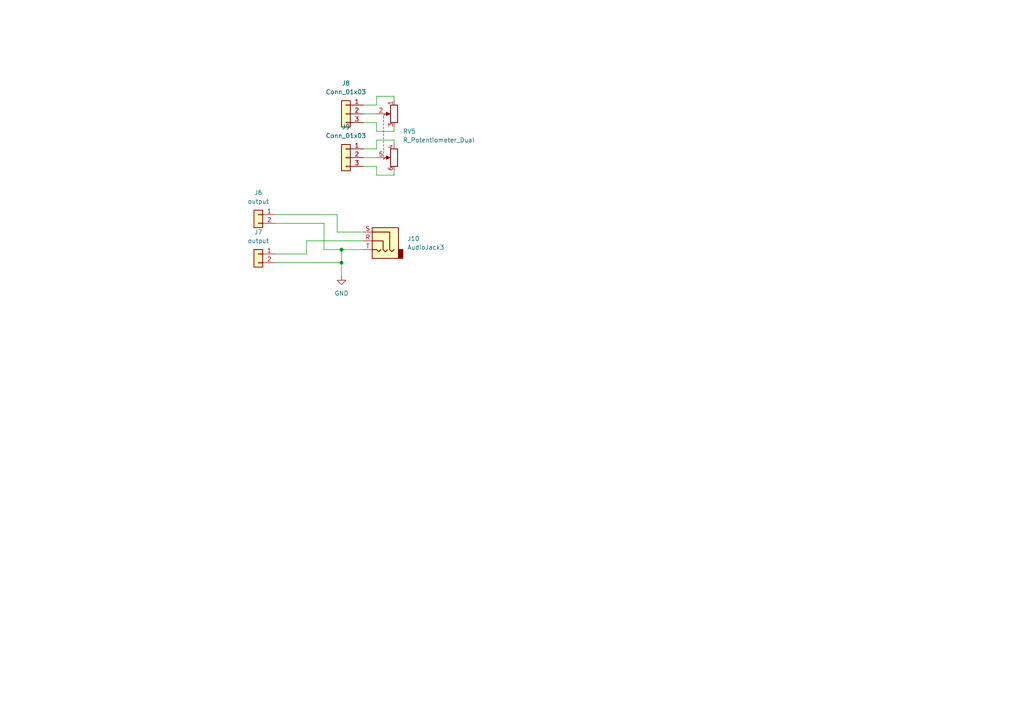
<source format=kicad_sch>
(kicad_sch (version 20211123) (generator eeschema)
  (paper "A4")
  (lib_symbols
    (symbol "Connector:AudioJack3"
      (property "Reference" "J" (at 0 8.89 0))
      (property "Value" "AudioJack3" (at 0 6.35 0))
      (symbol "AudioJack3_0_1"
        (rectangle (start -5.08 -5.08) (end -6.35 -2.54) (stroke (width 0.254)) (fill (type outline)))
        (polyline (pts (xy 0 -2.54) (xy 0.635 -3.175) (xy 1.27 -2.54) (xy 2.54 -2.54)) (stroke (width 0.254)))
        (polyline (pts (xy -1.905 -2.54) (xy -1.27 -3.175) (xy -0.635 -2.54) (xy -0.635 0) (xy 2.54 0)) (stroke (width 0.254)))
        (polyline (pts (xy 2.54 2.54) (xy -2.54 2.54) (xy -2.54 -2.54) (xy -3.175 -3.175) (xy -3.81 -2.54)) (stroke (width 0.254)))
        (rectangle (start 2.54 3.81) (end -5.08 -5.08) (stroke (width 0.254)) (fill (type background)))
      )
      (symbol "AudioJack3_1_1"
        (pin passive line (at 5.08 0 180) (length 2.54) (name "~") (number "R"))
        (pin passive line (at 5.08 2.54 180) (length 2.54) (name "~") (number "S"))
        (pin passive line (at 5.08 -2.54 180) (length 2.54) (name "~") (number "T"))
      )
    )
    (symbol "Connector_Generic:Conn_01x02" (pin_names (offset 1.016) hide)
      (property "Reference" "J" (at 0 2.54 0))
      (property "Value" "Conn_01x02" (at 0 -5.08 0))
      (symbol "Conn_01x02_1_1"
        (rectangle (start -1.27 -2.413) (end 0 -2.667) (stroke (width 0.1524)))
        (rectangle (start -1.27 0.127) (end 0 -0.127) (stroke (width 0.1524)))
        (rectangle (start -1.27 1.27) (end 1.27 -3.81) (stroke (width 0.254)) (fill (type background)))
        (pin passive line (at -5.08 0 0) (length 3.81) (name "Pin_1") (number "1"))
        (pin passive line (at -5.08 -2.54 0) (length 3.81) (name "Pin_2") (number "2"))
      )
    )
    (symbol "Connector_Generic:Conn_01x03" (pin_names (offset 1.016) hide)
      (property "Reference" "J" (at 0 5.08 0))
      (property "Value" "Conn_01x03" (at 0 -5.08 0))
      (symbol "Conn_01x03_1_1"
        (rectangle (start -1.27 -2.413) (end 0 -2.667) (stroke (width 0.1524)))
        (rectangle (start -1.27 0.127) (end 0 -0.127) (stroke (width 0.1524)))
        (rectangle (start -1.27 2.667) (end 0 2.413) (stroke (width 0.1524)))
        (rectangle (start -1.27 3.81) (end 1.27 -3.81) (stroke (width 0.254)) (fill (type background)))
        (pin passive line (at -5.08 2.54 0) (length 3.81) (name "Pin_1") (number "1"))
        (pin passive line (at -5.08 0 0) (length 3.81) (name "Pin_2") (number "2"))
        (pin passive line (at -5.08 -2.54 0) (length 3.81) (name "Pin_3") (number "3"))
      )
    )
    (symbol "Device:R_Potentiometer_Dual" (pin_names (offset 1.016) hide)
      (property "Reference" "RV" (at 0 3.81 0))
      (property "Value" "R_Potentiometer_Dual" (at 0 1.905 0))
      (symbol "R_Potentiometer_Dual_0_1"
        (rectangle (start -8.89 -1.524) (end -3.81 -3.556) (stroke (width 0.254)))
        (polyline (pts (xy -6.35 0) (xy -6.35 -1.016)))
        (polyline (pts (xy -6.35 0) (xy -6.35 -1.016)))
        (polyline (pts (xy -6.35 0) (xy -5.842 0.508)))
        (polyline (pts (xy -5.588 0.508) (xy -5.08 0.508)))
        (polyline (pts (xy -4.572 0.508) (xy -4.064 0.508)))
        (polyline (pts (xy -3.556 0.508) (xy -3.048 0.508)))
        (polyline (pts (xy -2.54 0.508) (xy -2.032 0.508)))
        (polyline (pts (xy -1.524 0.508) (xy -1.016 0.508)))
        (polyline (pts (xy -0.508 0.508) (xy 0 0.508)))
        (polyline (pts (xy 0.508 0.508) (xy 1.016 0.508)))
        (polyline (pts (xy 1.524 0.508) (xy 2.032 0.508)))
        (polyline (pts (xy 2.54 0.508) (xy 3.048 0.508)))
        (polyline (pts (xy 3.556 0.508) (xy 4.064 0.508)))
        (polyline (pts (xy 4.572 0.508) (xy 5.08 0.508)))
        (polyline (pts (xy 5.588 0.508) (xy 6.096 0.508)))
        (polyline (pts (xy 6.35 0) (xy 6.35 -1.016)))
        (polyline (pts (xy 6.35 0) (xy 6.35 -1.016)))
        (polyline (pts (xy 6.604 0.508) (xy 6.858 0.508) (xy 6.35 0)))
        (polyline (pts (xy -6.35 -1.397) (xy -6.858 -0.254) (xy -5.842 -0.254) (xy -6.35 -1.397)) (fill (type outline)))
        (polyline (pts (xy 6.35 -1.397) (xy 5.842 -0.254) (xy 6.858 -0.254) (xy 6.35 -1.397)) (fill (type outline)))
        (rectangle (start 3.81 -1.524) (end 8.89 -3.556) (stroke (width 0.254)))
      )
      (symbol "R_Potentiometer_Dual_1_1"
        (pin passive line (at -10.16 -2.54 0) (length 1.27) (name "1") (number "1"))
        (pin passive line (at -6.35 2.54 270) (length 2.54) (name "2") (number "2"))
        (pin passive line (at -2.54 -2.54 180) (length 1.27) (name "3") (number "3"))
        (pin passive line (at 2.54 -2.54 0) (length 1.27) (name "4") (number "4"))
        (pin passive line (at 6.35 2.54 270) (length 2.54) (name "5") (number "5"))
        (pin passive line (at 10.16 -2.54 180) (length 1.27) (name "6") (number "6"))
      )
    )
    (symbol "power:GND" (power) (pin_names (offset 0))
      (property "Value" "GND" (at 0 -3.81 0))
      (symbol "GND_0_1"
        (polyline (pts (xy 0 0) (xy 0 -1.27) (xy 1.27 -1.27) (xy 0 -2.54) (xy -1.27 -1.27) (xy 0 -1.27)))
      )
      (symbol "GND_1_1"
        (pin power_in line (at 0 0 270) (length 0) hide (name "GND") (number "1"))
      )
    )
  )
  (junction (at 99.06 76.2))
  (junction (at 99.06 72.39))
  (wire (pts (xy 93.98 64.77) (xy 93.98 72.39)))
  (wire (pts (xy 109.22 40.64) (xy 114.3 40.64)))
  (wire (pts (xy 97.79 62.23) (xy 80.01 62.23)))
  (wire (pts (xy 109.22 30.48) (xy 109.22 27.94)))
  (wire (pts (xy 109.22 48.26) (xy 109.22 50.8)))
  (wire (pts (xy 109.22 35.56) (xy 105.41 35.56)))
  (wire (pts (xy 114.3 27.94) (xy 114.3 29.21)))
  (wire (pts (xy 105.41 72.39) (xy 99.06 72.39)))
  (wire (pts (xy 80.01 73.66) (xy 88.9 73.66)))
  (wire (pts (xy 105.41 45.72) (xy 109.22 45.72)))
  (wire (pts (xy 114.3 50.8) (xy 114.3 49.53)))
  (wire (pts (xy 93.98 72.39) (xy 99.06 72.39)))
  (wire (pts (xy 105.41 30.48) (xy 109.22 30.48)))
  (wire (pts (xy 109.22 50.8) (xy 114.3 50.8)))
  (wire (pts (xy 105.41 43.18) (xy 109.22 43.18)))
  (wire (pts (xy 88.9 69.85) (xy 105.41 69.85)))
  (wire (pts (xy 109.22 38.1) (xy 109.22 35.56)))
  (wire (pts (xy 99.06 72.39) (xy 99.06 76.2)))
  (wire (pts (xy 80.01 64.77) (xy 93.98 64.77)))
  (wire (pts (xy 114.3 40.64) (xy 114.3 41.91)))
  (wire (pts (xy 80.01 76.2) (xy 99.06 76.2)))
  (wire (pts (xy 97.79 67.31) (xy 97.79 62.23)))
  (wire (pts (xy 109.22 43.18) (xy 109.22 40.64)))
  (wire (pts (xy 109.22 27.94) (xy 114.3 27.94)))
  (wire (pts (xy 88.9 73.66) (xy 88.9 69.85)))
  (wire (pts (xy 99.06 76.2) (xy 99.06 80.01)))
  (wire (pts (xy 105.41 48.26) (xy 109.22 48.26)))
  (wire (pts (xy 105.41 33.02) (xy 109.22 33.02)))
  (wire (pts (xy 105.41 67.31) (xy 97.79 67.31)))
  (wire (pts (xy 114.3 38.1) (xy 109.22 38.1)))
  (wire (pts (xy 114.3 36.83) (xy 114.3 38.1)))
  (symbol (lib_id "Connector_Generic:Conn_01x03") (at 100.33 33.02 0) (mirror y) (unit 1)
    (property "Reference" "J8" (at 100.33 24.13 0))
    (property "Value" "Conn_01x03" (at 100.33 26.67 0))
    (property "Footprint" "spdf1626_lib:PinHeader_1x03_P2.54mm" (effects hide))
  )
  (symbol (lib_id "power:GND") (at 99.06 80.01 0) (unit 1)
    (property "Reference" "#PWR026" (effects hide))
    (property "Value" "GND" (at 99.06 85.09 0))
  )
  (symbol (lib_id "Device:R_Potentiometer_Dual") (at 111.76 39.37 90) (mirror x) (unit 1)
    (property "Reference" "RV5" (at 116.84 38.0999 90) (effects (justify right)))
    (property "Value" "R_Potentiometer_Dual" (at 116.84 40.6399 90) (effects (justify right)))
    (property "Footprint" "Potentiometer_THT:Potentiometer_Alps_RK163_Dual_Horizontal" (effects hide))
  )
  (symbol (lib_id "Connector_Generic:Conn_01x02") (at 74.93 73.66 0) (mirror y) (unit 1)
    (property "Reference" "J7" (at 74.93 67.31 0))
    (property "Value" "output" (at 74.93 69.85 0))
    (property "Footprint" "spdf1626_lib:PinHeader_1x02_P2.54mm" (effects hide))
  )
  (symbol (lib_id "Connector_Generic:Conn_01x02") (at 74.93 62.23 0) (mirror y) (unit 1)
    (property "Reference" "J6" (at 74.93 55.88 0))
    (property "Value" "output" (at 74.93 58.42 0))
    (property "Footprint" "spdf1626_lib:PinHeader_1x02_P2.54mm" (effects hide))
  )
  (symbol (lib_id "Connector:AudioJack3") (at 110.49 69.85 0) (mirror y) (unit 1)
    (property "Reference" "J10" (at 118.11 69.2149 0) (effects (justify right)))
    (property "Value" "AudioJack3" (at 118.11 71.7549 0) (effects (justify right)))
    (property "Footprint" "Connector_Audio:Jack_6.35mm_Neutrik_NMJ6HHD2_Horizontal" (effects hide))
  )
  (symbol (lib_id "Connector_Generic:Conn_01x03") (at 100.33 45.72 0) (mirror y) (unit 1)
    (property "Reference" "J9" (at 100.33 36.83 0))
    (property "Value" "Conn_01x03" (at 100.33 39.37 0))
    (property "Footprint" "spdf1626_lib:PinHeader_1x03_P2.54mm" (effects hide))
  )
)
</source>
